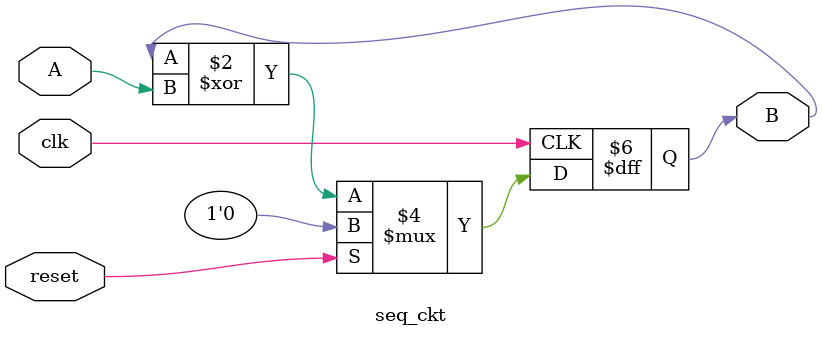
<source format=v>
module seq_ckt (A, reset, B, clk);
	input	A;
	input	reset;
	output	B;
	input	clk;

	reg		B;

	always @(posedge clk) begin
		if (reset)
			B <= 1'b0;
		else
			B <= B^A;
	end
endmodule
</source>
